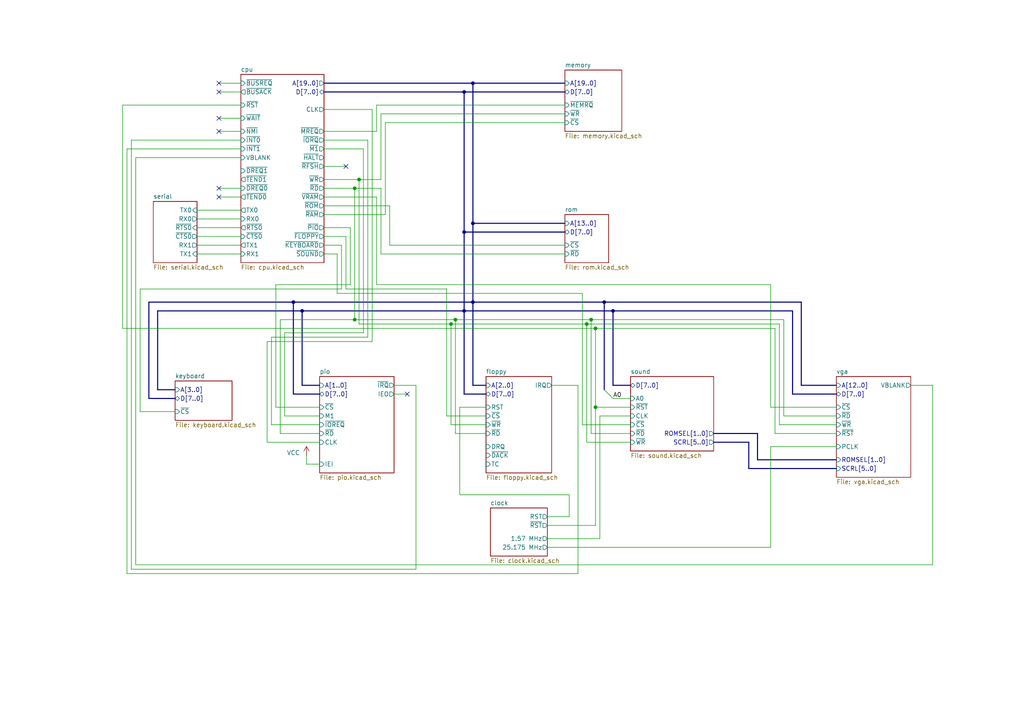
<source format=kicad_sch>
(kicad_sch (version 20231120) (generator "eeschema") (generator_version "8.0")
  (paper "A4")
  (lib_symbols
    (symbol "power:VCC" (power) (pin_numbers hide) (pin_names (offset 0) hide)
      (property "Value" "VCC" (at 0 3.556 0))
      (symbol "VCC_0_1"
        (polyline (pts (xy -0.762 1.27) (xy 0 2.54)))
        (polyline (pts (xy 0 0) (xy 0 2.54)))
        (polyline (pts (xy 0 2.54) (xy 0.762 1.27)))
      )
      (symbol "VCC_1_1"
        (pin power_in line (at 0 0 90) (length 0) (name "~") (number "1"))
      )
    )
  )
  (junction (at 102.87 54.61))
  (junction (at 137.16 64.77))
  (junction (at 134.62 90.17))
  (junction (at 175.26 87.63))
  (junction (at 171.45 92.71))
  (junction (at 85.09 87.63))
  (junction (at 87.63 90.17))
  (junction (at 137.16 87.63))
  (junction (at 102.87 92.71))
  (junction (at 130.81 93.98))
  (junction (at 134.62 67.31))
  (junction (at 137.16 24.13))
  (junction (at 132.08 92.71))
  (junction (at 134.62 26.67))
  (junction (at 172.72 95.25))
  (junction (at 170.18 93.98))
  (junction (at 172.72 118.11))
  (junction (at 177.8 90.17))
  (junction (at 104.14 52.07))
  (no_connect (at 100.33 48.26))
  (no_connect (at 63.5 26.67))
  (no_connect (at 63.5 54.61))
  (no_connect (at 63.5 24.13))
  (no_connect (at 63.5 34.29))
  (no_connect (at 63.5 57.15))
  (no_connect (at 63.5 38.1))
  (no_connect (at 118.11 114.3))
  (bus_entry (at 175.26 113.03) (size 2.54 2.54))
  (wire (pts (xy 88.9 134.62) (xy 92.71 134.62)))
  (wire (pts (xy 158.75 156.21) (xy 173.99 156.21)))
  (wire (pts (xy 168.91 85.09) (xy 168.91 123.19)))
  (wire (pts (xy 171.45 92.71) (xy 171.45 125.73)))
  (wire (pts (xy 167.64 111.76) (xy 167.64 166.37)))
  (wire (pts (xy 63.5 57.15) (xy 69.85 57.15)))
  (wire (pts (xy 133.35 143.51) (xy 165.1 143.51)))
  (wire (pts (xy 114.3 111.76) (xy 120.65 111.76)))
  (wire (pts (xy 177.8 115.57) (xy 182.88 115.57)))
  (bus (pts (xy 137.16 64.77) (xy 137.16 87.63)))
  (wire (pts (xy 104.14 93.98) (xy 130.81 93.98)))
  (wire (pts (xy 97.79 73.66) (xy 97.79 85.09)))
  (wire (pts (xy 120.65 165.1) (xy 38.1 165.1)))
  (wire (pts (xy 158.75 152.4) (xy 172.72 152.4)))
  (wire (pts (xy 81.28 92.71) (xy 102.87 92.71)))
  (wire (pts (xy 63.5 34.29) (xy 69.85 34.29)))
  (wire (pts (xy 97.79 85.09) (xy 168.91 85.09)))
  (wire (pts (xy 172.72 95.25) (xy 172.72 118.11)))
  (wire (pts (xy 171.45 92.71) (xy 227.33 92.71)))
  (bus (pts (xy 134.62 90.17) (xy 134.62 114.3)))
  (wire (pts (xy 182.88 128.27) (xy 170.18 128.27)))
  (bus (pts (xy 137.16 87.63) (xy 175.26 87.63)))
  (wire (pts (xy 107.95 99.06) (xy 77.47 99.06)))
  (wire (pts (xy 170.18 93.98) (xy 226.06 93.98)))
  (wire (pts (xy 270.51 163.83) (xy 270.51 111.76)))
  (bus (pts (xy 134.62 67.31) (xy 134.62 90.17)))
  (wire (pts (xy 80.01 82.55) (xy 80.01 118.11)))
  (wire (pts (xy 109.22 30.48) (xy 163.83 30.48)))
  (wire (pts (xy 77.47 99.06) (xy 77.47 128.27)))
  (wire (pts (xy 224.79 95.25) (xy 224.79 125.73)))
  (wire (pts (xy 110.49 73.66) (xy 110.49 54.61)))
  (wire (pts (xy 226.06 123.19) (xy 242.57 123.19)))
  (bus (pts (xy 45.72 113.03) (xy 50.8 113.03)))
  (wire (pts (xy 163.83 73.66) (xy 110.49 73.66)))
  (wire (pts (xy 93.98 68.58) (xy 100.33 68.58)))
  (wire (pts (xy 173.99 156.21) (xy 173.99 120.65)))
  (bus (pts (xy 85.09 114.3) (xy 92.71 114.3)))
  (wire (pts (xy 110.49 54.61) (xy 102.87 54.61)))
  (bus (pts (xy 134.62 90.17) (xy 87.63 90.17)))
  (bus (pts (xy 175.26 87.63) (xy 232.41 87.63)))
  (wire (pts (xy 172.72 118.11) (xy 182.88 118.11)))
  (wire (pts (xy 104.14 93.98) (xy 104.14 52.07)))
  (wire (pts (xy 101.6 66.04) (xy 101.6 82.55)))
  (wire (pts (xy 129.54 83.82) (xy 129.54 120.65)))
  (wire (pts (xy 93.98 66.04) (xy 101.6 66.04)))
  (wire (pts (xy 110.49 52.07) (xy 110.49 33.02)))
  (wire (pts (xy 140.97 118.11) (xy 133.35 118.11)))
  (bus (pts (xy 93.98 24.13) (xy 137.16 24.13)))
  (bus (pts (xy 137.16 111.76) (xy 137.16 87.63)))
  (bus (pts (xy 87.63 90.17) (xy 45.72 90.17)))
  (wire (pts (xy 120.65 111.76) (xy 120.65 165.1)))
  (wire (pts (xy 93.98 31.75) (xy 107.95 31.75)))
  (wire (pts (xy 132.08 92.71) (xy 171.45 92.71)))
  (bus (pts (xy 177.8 90.17) (xy 229.87 90.17)))
  (wire (pts (xy 35.56 95.25) (xy 172.72 95.25)))
  (bus (pts (xy 232.41 87.63) (xy 232.41 111.76)))
  (wire (pts (xy 80.01 118.11) (xy 92.71 118.11)))
  (wire (pts (xy 170.18 93.98) (xy 170.18 128.27)))
  (wire (pts (xy 223.52 129.54) (xy 242.57 129.54)))
  (wire (pts (xy 163.83 71.12) (xy 113.03 71.12)))
  (wire (pts (xy 111.76 62.23) (xy 111.76 35.56)))
  (wire (pts (xy 102.87 54.61) (xy 102.87 92.71)))
  (wire (pts (xy 105.41 96.52) (xy 82.55 96.52)))
  (wire (pts (xy 182.88 125.73) (xy 171.45 125.73)))
  (wire (pts (xy 106.68 40.64) (xy 106.68 97.79)))
  (wire (pts (xy 36.83 43.18) (xy 69.85 43.18)))
  (wire (pts (xy 93.98 71.12) (xy 99.06 71.12)))
  (wire (pts (xy 93.98 38.1) (xy 109.22 38.1)))
  (wire (pts (xy 270.51 111.76) (xy 264.16 111.76)))
  (wire (pts (xy 223.52 158.75) (xy 223.52 129.54)))
  (bus (pts (xy 134.62 26.67) (xy 163.83 26.67)))
  (wire (pts (xy 223.52 118.11) (xy 242.57 118.11)))
  (wire (pts (xy 39.37 163.83) (xy 270.51 163.83)))
  (wire (pts (xy 100.33 68.58) (xy 100.33 83.82)))
  (wire (pts (xy 78.74 97.79) (xy 78.74 123.19)))
  (wire (pts (xy 38.1 40.64) (xy 69.85 40.64)))
  (wire (pts (xy 165.1 143.51) (xy 165.1 149.86)))
  (bus (pts (xy 175.26 87.63) (xy 175.26 113.03)))
  (wire (pts (xy 102.87 92.71) (xy 132.08 92.71)))
  (wire (pts (xy 100.33 83.82) (xy 129.54 83.82)))
  (wire (pts (xy 132.08 125.73) (xy 140.97 125.73)))
  (wire (pts (xy 63.5 38.1) (xy 69.85 38.1)))
  (wire (pts (xy 172.72 95.25) (xy 224.79 95.25)))
  (wire (pts (xy 167.64 166.37) (xy 36.83 166.37)))
  (wire (pts (xy 133.35 118.11) (xy 133.35 143.51)))
  (bus (pts (xy 137.16 24.13) (xy 137.16 64.77)))
  (bus (pts (xy 43.18 87.63) (xy 43.18 115.57)))
  (bus (pts (xy 217.17 135.89) (xy 242.57 135.89)))
  (wire (pts (xy 35.56 30.48) (xy 69.85 30.48)))
  (wire (pts (xy 130.81 93.98) (xy 170.18 93.98)))
  (wire (pts (xy 227.33 92.71) (xy 227.33 120.65)))
  (bus (pts (xy 43.18 115.57) (xy 50.8 115.57)))
  (bus (pts (xy 93.98 26.67) (xy 134.62 26.67)))
  (bus (pts (xy 134.62 114.3) (xy 140.97 114.3)))
  (wire (pts (xy 114.3 114.3) (xy 118.11 114.3)))
  (bus (pts (xy 163.83 64.77) (xy 137.16 64.77)))
  (bus (pts (xy 134.62 90.17) (xy 177.8 90.17)))
  (bus (pts (xy 87.63 111.76) (xy 92.71 111.76)))
  (wire (pts (xy 111.76 35.56) (xy 163.83 35.56)))
  (wire (pts (xy 106.68 97.79) (xy 78.74 97.79)))
  (wire (pts (xy 130.81 93.98) (xy 130.81 123.19)))
  (wire (pts (xy 160.02 111.76) (xy 167.64 111.76)))
  (bus (pts (xy 207.01 128.27) (xy 217.17 128.27)))
  (bus (pts (xy 137.16 87.63) (xy 85.09 87.63)))
  (wire (pts (xy 63.5 54.61) (xy 69.85 54.61)))
  (wire (pts (xy 77.47 128.27) (xy 92.71 128.27)))
  (wire (pts (xy 172.72 152.4) (xy 172.72 118.11)))
  (wire (pts (xy 57.15 73.66) (xy 69.85 73.66)))
  (bus (pts (xy 229.87 114.3) (xy 242.57 114.3)))
  (wire (pts (xy 223.52 82.55) (xy 223.52 118.11)))
  (wire (pts (xy 57.15 71.12) (xy 69.85 71.12)))
  (wire (pts (xy 130.81 123.19) (xy 140.97 123.19)))
  (wire (pts (xy 113.03 59.69) (xy 93.98 59.69)))
  (wire (pts (xy 63.5 26.67) (xy 69.85 26.67)))
  (wire (pts (xy 109.22 57.15) (xy 109.22 82.55)))
  (bus (pts (xy 85.09 87.63) (xy 43.18 87.63)))
  (wire (pts (xy 224.79 125.73) (xy 242.57 125.73)))
  (wire (pts (xy 40.64 119.38) (xy 50.8 119.38)))
  (bus (pts (xy 217.17 128.27) (xy 217.17 135.89)))
  (wire (pts (xy 63.5 24.13) (xy 69.85 24.13)))
  (bus (pts (xy 177.8 111.76) (xy 177.8 90.17)))
  (wire (pts (xy 40.64 83.82) (xy 40.64 119.38)))
  (wire (pts (xy 93.98 43.18) (xy 105.41 43.18)))
  (wire (pts (xy 105.41 43.18) (xy 105.41 96.52)))
  (wire (pts (xy 109.22 38.1) (xy 109.22 30.48)))
  (bus (pts (xy 134.62 67.31) (xy 163.83 67.31)))
  (wire (pts (xy 38.1 165.1) (xy 38.1 40.64)))
  (bus (pts (xy 232.41 111.76) (xy 242.57 111.76)))
  (wire (pts (xy 82.55 96.52) (xy 82.55 120.65)))
  (wire (pts (xy 93.98 62.23) (xy 111.76 62.23)))
  (wire (pts (xy 35.56 95.25) (xy 35.56 30.48)))
  (wire (pts (xy 173.99 120.65) (xy 182.88 120.65)))
  (bus (pts (xy 229.87 90.17) (xy 229.87 114.3)))
  (wire (pts (xy 93.98 73.66) (xy 97.79 73.66)))
  (wire (pts (xy 110.49 33.02) (xy 163.83 33.02)))
  (wire (pts (xy 88.9 132.08) (xy 88.9 134.62)))
  (wire (pts (xy 104.14 52.07) (xy 110.49 52.07)))
  (wire (pts (xy 99.06 83.82) (xy 40.64 83.82)))
  (bus (pts (xy 134.62 26.67) (xy 134.62 67.31)))
  (wire (pts (xy 57.15 68.58) (xy 69.85 68.58)))
  (wire (pts (xy 93.98 40.64) (xy 106.68 40.64)))
  (wire (pts (xy 99.06 71.12) (xy 99.06 83.82)))
  (wire (pts (xy 109.22 82.55) (xy 223.52 82.55)))
  (wire (pts (xy 227.33 120.65) (xy 242.57 120.65)))
  (wire (pts (xy 93.98 48.26) (xy 100.33 48.26)))
  (bus (pts (xy 219.71 133.35) (xy 242.57 133.35)))
  (wire (pts (xy 57.15 66.04) (xy 69.85 66.04)))
  (wire (pts (xy 69.85 45.72) (xy 39.37 45.72)))
  (wire (pts (xy 39.37 45.72) (xy 39.37 163.83)))
  (wire (pts (xy 36.83 166.37) (xy 36.83 43.18)))
  (wire (pts (xy 57.15 63.5) (xy 69.85 63.5)))
  (wire (pts (xy 168.91 123.19) (xy 182.88 123.19)))
  (wire (pts (xy 57.15 60.96) (xy 69.85 60.96)))
  (wire (pts (xy 158.75 158.75) (xy 223.52 158.75)))
  (wire (pts (xy 129.54 120.65) (xy 140.97 120.65)))
  (bus (pts (xy 219.71 125.73) (xy 219.71 133.35)))
  (wire (pts (xy 82.55 120.65) (xy 92.71 120.65)))
  (bus (pts (xy 207.01 125.73) (xy 219.71 125.73)))
  (wire (pts (xy 107.95 31.75) (xy 107.95 99.06)))
  (bus (pts (xy 87.63 90.17) (xy 87.63 111.76)))
  (wire (pts (xy 93.98 54.61) (xy 102.87 54.61)))
  (wire (pts (xy 104.14 52.07) (xy 93.98 52.07)))
  (wire (pts (xy 226.06 93.98) (xy 226.06 123.19)))
  (bus (pts (xy 137.16 111.76) (xy 140.97 111.76)))
  (wire (pts (xy 165.1 149.86) (xy 158.75 149.86)))
  (wire (pts (xy 93.98 57.15) (xy 109.22 57.15)))
  (wire (pts (xy 132.08 92.71) (xy 132.08 125.73)))
  (wire (pts (xy 78.74 123.19) (xy 92.71 123.19)))
  (bus (pts (xy 137.16 24.13) (xy 163.83 24.13)))
  (wire (pts (xy 81.28 92.71) (xy 81.28 125.73)))
  (bus (pts (xy 85.09 87.63) (xy 85.09 114.3)))
  (bus (pts (xy 45.72 90.17) (xy 45.72 113.03)))
  (wire (pts (xy 101.6 82.55) (xy 80.01 82.55)))
  (wire (pts (xy 81.28 125.73) (xy 92.71 125.73)))
  (wire (pts (xy 113.03 71.12) (xy 113.03 59.69)))
  (bus (pts (xy 182.88 111.76) (xy 177.8 111.76)))
  (label "A0" (at 177.8 115.57 0))
  (symbol (lib_id "power:VCC") (at 88.9 132.08 0) (unit 1)
    (property "Reference" "#PWR0152" (effects (hide yes)))
    (property "Value" "VCC" (at 85.09 131.318 0))
    (property "Description" "Power symbol creates a global label with name \"VCC\"" (effects (hide yes)))
  )
  (sheet (at 182.88 109.22) (size 24.13 21.59) (stroke (width 0.1524))
    (property "Sheetname" "sound" (at 182.88 108.5084 0) (effects (justify left bottom)))
    (property "Sheetfile" "sound.kicad_sch" (at 182.88 131.3946 0) (effects (justify left top)))
    (pin "D[7..0]" bidirectional (at 182.88 111.76 180))
    (pin "~{RST}" input (at 182.88 118.11 180))
    (pin "CLK" input (at 182.88 120.65 180))
    (pin "A0" input (at 182.88 115.57 180))
    (pin "~{RD}" input (at 182.88 125.73 180))
    (pin "~{CS}" input (at 182.88 123.19 180))
    (pin "~{WR}" input (at 182.88 128.27 180))
    (pin "SCRL[5..0]" output (at 207.01 128.27 0))
    (pin "ROMSEL[1..0]" output (at 207.01 125.73 0))
  )
  (sheet (at 92.71 109.22) (size 21.59 27.94) (stroke (width 0.1524))
    (property "Sheetname" "pio" (at 92.71 108.5084 0) (effects (justify left bottom)))
    (property "Sheetfile" "pio.kicad_sch" (at 92.71 137.7446 0) (effects (justify left top)))
    (pin "~{CS}" input (at 92.71 118.11 180))
    (pin "M1" input (at 92.71 120.65 180))
    (pin "~{IOREQ}" input (at 92.71 123.19 180))
    (pin "~{RD}" input (at 92.71 125.73 180))
    (pin "CLK" input (at 92.71 128.27 180))
    (pin "IEI" input (at 92.71 134.62 180))
    (pin "IEO" output (at 114.3 114.3 0))
    (pin "D[7..0]" bidirectional (at 92.71 114.3 180))
    (pin "~{IRQ}" output (at 114.3 111.76 0))
    (pin "A[1..0]" input (at 92.71 111.76 180))
  )
  (sheet (at 50.8 110.49) (size 16.51 11.43) (stroke (width 0.1524))
    (property "Sheetname" "keyboard" (at 50.8 109.7784 0) (effects (justify left bottom)))
    (property "Sheetfile" "keyboard.kicad_sch" (at 50.8 122.5046 0) (effects (justify left top)))
    (pin "D[7..0]" tri_state (at 50.8 115.57 180))
    (pin "~{CS}" input (at 50.8 119.38 180))
    (pin "A[3..0]" input (at 50.8 113.03 180))
  )
  (sheet (at 44.45 58.42) (size 12.7 17.78) (stroke (width 0.1524))
    (property "Sheetname" "serial" (at 44.45 57.7084 0) (effects (justify left bottom)))
    (property "Sheetfile" "serial.kicad_sch" (at 44.45 76.7846 0) (effects (justify left top)))
    (pin "TX0" input (at 57.15 60.96 0))
    (pin "~{RTS0}" input (at 57.15 66.04 0))
    (pin "RX0" output (at 57.15 63.5 0))
    (pin "~{CTS0}" output (at 57.15 68.58 0))
    (pin "RX1" output (at 57.15 71.12 0))
    (pin "TX1" input (at 57.15 73.66 0))
  )
  (sheet (at 163.83 62.23) (size 12.7 13.97) (stroke (width 0.1524))
    (property "Sheetname" "rom" (at 163.83 61.5184 0) (effects (justify left bottom)))
    (property "Sheetfile" "rom.kicad_sch" (at 163.83 76.7846 0) (effects (justify left top)))
    (pin "~{RD}" input (at 163.83 73.66 180))
    (pin "~{CS}" input (at 163.83 71.12 180))
    (pin "A[13..0]" input (at 163.83 64.77 180))
    (pin "D[7..0]" tri_state (at 163.83 67.31 180))
  )
  (sheet (at 140.97 109.22) (size 19.05 27.94) (stroke (width 0.1524))
    (property "Sheetname" "floppy" (at 140.97 108.5084 0) (effects (justify left bottom)))
    (property "Sheetfile" "floppy.kicad_sch" (at 140.97 137.7446 0) (effects (justify left top)))
    (pin "D[7..0]" bidirectional (at 140.97 114.3 180))
    (pin "RST" input (at 140.97 118.11 180))
    (pin "~{WR}" input (at 140.97 123.19 180))
    (pin "~{CS}" input (at 140.97 120.65 180))
    (pin "~{RD}" input (at 140.97 125.73 180))
    (pin "~{DACK}" input (at 140.97 132.08 180))
    (pin "IRQ" output (at 160.02 111.76 0))
    (pin "TC" input (at 140.97 134.62 180))
    (pin "DRQ" input (at 140.97 129.54 180))
    (pin "A[2..0]" input (at 140.97 111.76 180))
  )
  (sheet (at 142.24 147.32) (size 16.51 13.97) (stroke (width 0.1524))
    (property "Sheetname" "clock" (at 142.24 146.6084 0) (effects (justify left bottom)))
    (property "Sheetfile" "clock.kicad_sch" (at 142.24 161.8746 0) (effects (justify left top)))
    (pin "RST" output (at 158.75 149.86 0))
    (pin "~{RST}" output (at 158.75 152.4 0))
    (pin "1.57 MHz" output (at 158.75 156.21 0))
    (pin "25.175 MHz" output (at 158.75 158.75 0))
  )
  (sheet (at 163.83 20.32) (size 16.51 17.78) (stroke (width 0.1524))
    (property "Sheetname" "memory" (at 163.83 19.6084 0) (effects (justify left bottom)))
    (property "Sheetfile" "memory.kicad_sch" (at 163.83 38.6846 0) (effects (justify left top)))
    (pin "~{WR}" input (at 163.83 33.02 180))
    (pin "D[7..0]" bidirectional (at 163.83 26.67 180))
    (pin "~{MEMRQ}" input (at 163.83 30.48 180))
    (pin "A[19..0]" input (at 163.83 24.13 180))
    (pin "~{CS}" input (at 163.83 35.56 180))
  )
  (sheet (at 242.57 109.22) (size 21.59 29.21) (stroke (width 0.1524))
    (property "Sheetname" "vga" (at 242.57 108.5084 0) (effects (justify left bottom)))
    (property "Sheetfile" "vga.kicad_sch" (at 242.57 139.0146 0) (effects (justify left top)))
    (pin "~{RD}" input (at 242.57 120.65 180))
    (pin "D[7..0]" bidirectional (at 242.57 114.3 180))
    (pin "SCRL[5..0]" input (at 242.57 135.89 180))
    (pin "~{CS}" input (at 242.57 118.11 180))
    (pin "PCLK" input (at 242.57 129.54 180))
    (pin "~{RST}" input (at 242.57 125.73 180))
    (pin "~{WR}" input (at 242.57 123.19 180))
    (pin "A[12..0]" input (at 242.57 111.76 180))
    (pin "ROMSEL[1..0]" input (at 242.57 133.35 180))
    (pin "VBLANK" output (at 264.16 111.76 0))
  )
  (sheet (at 69.85 21.59) (size 24.13 54.61) (stroke (width 0.1524))
    (property "Sheetname" "cpu" (at 69.85 20.8784 0) (effects (justify left bottom)))
    (property "Sheetfile" "cpu.kicad_sch" (at 69.85 76.7846 0) (effects (justify left top)))
    (pin "A[19..0]" output (at 93.98 24.13 0))
    (pin "D[7..0]" bidirectional (at 93.98 26.67 0))
    (pin "RX1" input (at 69.85 73.66 180))
    (pin "TX1" output (at 69.85 71.12 180))
    (pin "TX0" output (at 69.85 60.96 180))
    (pin "RX0" input (at 69.85 63.5 180))
    (pin "~{BUSREQ}" input (at 69.85 24.13 180))
    (pin "~{BUSACK}" output (at 69.85 26.67 180))
    (pin "~{RST}" input (at 69.85 30.48 180))
    (pin "CLK" output (at 93.98 31.75 0))
    (pin "~{TEND1}" output (at 69.85 52.07 180))
    (pin "~{DREQ0}" input (at 69.85 54.61 180))
    (pin "~{DREQ1}" input (at 69.85 49.53 180))
    (pin "~{TEND0}" output (at 69.85 57.15 180))
    (pin "~{WAIT}" input (at 69.85 34.29 180))
    (pin "~{INT1}" input (at 69.85 43.18 180))
    (pin "~{NMI}" input (at 69.85 38.1 180))
    (pin "~{INT0}" input (at 69.85 40.64 180))
    (pin "~{VRAM}" output (at 93.98 57.15 0))
    (pin "~{ROM}" output (at 93.98 59.69 0))
    (pin "~{RAM}" output (at 93.98 62.23 0))
    (pin "~{PIO}" output (at 93.98 66.04 0))
    (pin "~{FLOPPY}" output (at 93.98 68.58 0))
    (pin "~{KEYBOARD}" output (at 93.98 71.12 0))
    (pin "~{SOUND}" output (at 93.98 73.66 0))
    (pin "~{RFSH}" output (at 93.98 48.26 0))
    (pin "~{IORQ}" output (at 93.98 40.64 0))
    (pin "~{M1}" output (at 93.98 43.18 0))
    (pin "~{HALT}" output (at 93.98 45.72 0))
    (pin "~{WR}" output (at 93.98 52.07 0))
    (pin "~{RD}" output (at 93.98 54.61 0))
    (pin "VBLANK" input (at 69.85 45.72 180))
    (pin "~{RTS0}" output (at 69.85 66.04 180))
    (pin "~{CTS0}" input (at 69.85 68.58 180))
    (pin "~{MREQ}" output (at 93.98 38.1 0))
  )
)
</source>
